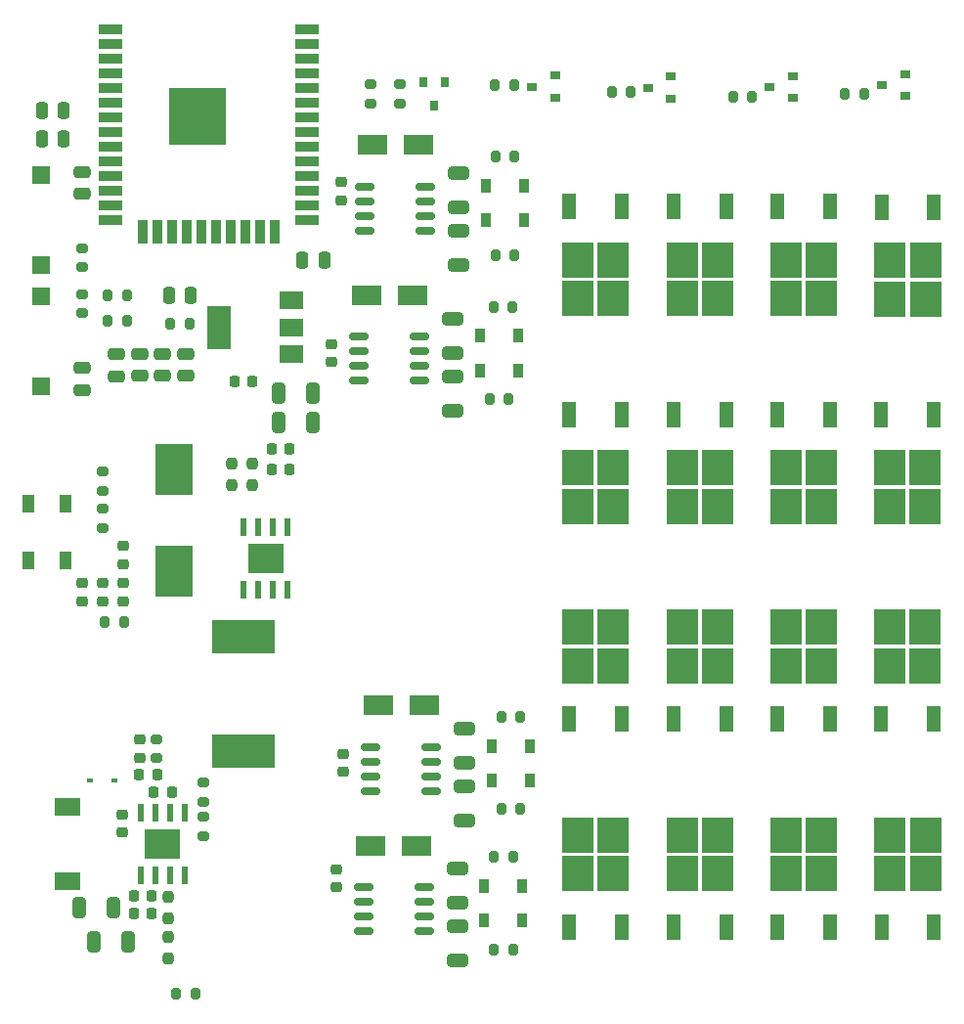
<source format=gbr>
%TF.GenerationSoftware,KiCad,Pcbnew,(6.0.0)*%
%TF.CreationDate,2022-01-17T01:15:48+01:00*%
%TF.ProjectId,DCMotorController,44434d6f-746f-4724-936f-6e74726f6c6c,rev?*%
%TF.SameCoordinates,Original*%
%TF.FileFunction,Paste,Top*%
%TF.FilePolarity,Positive*%
%FSLAX46Y46*%
G04 Gerber Fmt 4.6, Leading zero omitted, Abs format (unit mm)*
G04 Created by KiCad (PCBNEW (6.0.0)) date 2022-01-17 01:15:48*
%MOMM*%
%LPD*%
G01*
G04 APERTURE LIST*
G04 Aperture macros list*
%AMRoundRect*
0 Rectangle with rounded corners*
0 $1 Rounding radius*
0 $2 $3 $4 $5 $6 $7 $8 $9 X,Y pos of 4 corners*
0 Add a 4 corners polygon primitive as box body*
4,1,4,$2,$3,$4,$5,$6,$7,$8,$9,$2,$3,0*
0 Add four circle primitives for the rounded corners*
1,1,$1+$1,$2,$3*
1,1,$1+$1,$4,$5*
1,1,$1+$1,$6,$7*
1,1,$1+$1,$8,$9*
0 Add four rect primitives between the rounded corners*
20,1,$1+$1,$2,$3,$4,$5,0*
20,1,$1+$1,$4,$5,$6,$7,0*
20,1,$1+$1,$6,$7,$8,$9,0*
20,1,$1+$1,$8,$9,$2,$3,0*%
G04 Aperture macros list end*
%ADD10R,1.500000X1.500000*%
%ADD11RoundRect,0.250000X0.475000X-0.250000X0.475000X0.250000X-0.475000X0.250000X-0.475000X-0.250000X0*%
%ADD12RoundRect,0.250000X-0.250000X-0.475000X0.250000X-0.475000X0.250000X0.475000X-0.250000X0.475000X0*%
%ADD13RoundRect,0.250000X0.250000X0.475000X-0.250000X0.475000X-0.250000X-0.475000X0.250000X-0.475000X0*%
%ADD14RoundRect,0.250000X-0.475000X0.250000X-0.475000X-0.250000X0.475000X-0.250000X0.475000X0.250000X0*%
%ADD15RoundRect,0.250000X-0.650000X0.325000X-0.650000X-0.325000X0.650000X-0.325000X0.650000X0.325000X0*%
%ADD16RoundRect,0.225000X-0.250000X0.225000X-0.250000X-0.225000X0.250000X-0.225000X0.250000X0.225000X0*%
%ADD17R,0.800000X0.900000*%
%ADD18R,0.900000X0.800000*%
%ADD19R,2.750000X3.050000*%
%ADD20R,1.200000X2.200000*%
%ADD21RoundRect,0.200000X0.275000X-0.200000X0.275000X0.200000X-0.275000X0.200000X-0.275000X-0.200000X0*%
%ADD22RoundRect,0.200000X-0.200000X-0.275000X0.200000X-0.275000X0.200000X0.275000X-0.200000X0.275000X0*%
%ADD23RoundRect,0.200000X-0.275000X0.200000X-0.275000X-0.200000X0.275000X-0.200000X0.275000X0.200000X0*%
%ADD24RoundRect,0.200000X0.200000X0.275000X-0.200000X0.275000X-0.200000X-0.275000X0.200000X-0.275000X0*%
%ADD25RoundRect,0.150000X-0.675000X-0.150000X0.675000X-0.150000X0.675000X0.150000X-0.675000X0.150000X0*%
%ADD26R,2.000000X0.900000*%
%ADD27R,0.900000X2.000000*%
%ADD28R,5.000000X5.000000*%
%ADD29R,2.000000X1.500000*%
%ADD30R,2.000000X3.800000*%
%ADD31R,0.900000X1.200000*%
%ADD32RoundRect,0.237500X-0.237500X0.250000X-0.237500X-0.250000X0.237500X-0.250000X0.237500X0.250000X0*%
%ADD33RoundRect,0.225000X0.225000X0.250000X-0.225000X0.250000X-0.225000X-0.250000X0.225000X-0.250000X0*%
%ADD34RoundRect,0.225000X0.250000X-0.225000X0.250000X0.225000X-0.250000X0.225000X-0.250000X-0.225000X0*%
%ADD35RoundRect,0.225000X-0.225000X-0.250000X0.225000X-0.250000X0.225000X0.250000X-0.225000X0.250000X0*%
%ADD36R,3.300000X4.500000*%
%ADD37R,5.400000X2.900000*%
%ADD38RoundRect,0.237500X0.237500X-0.250000X0.237500X0.250000X-0.237500X0.250000X-0.237500X-0.250000X0*%
%ADD39R,2.500000X1.800000*%
%ADD40R,1.000000X1.500000*%
%ADD41RoundRect,0.250000X0.325000X0.650000X-0.325000X0.650000X-0.325000X-0.650000X0.325000X-0.650000X0*%
%ADD42RoundRect,0.250000X-0.325000X-0.650000X0.325000X-0.650000X0.325000X0.650000X-0.325000X0.650000X0*%
%ADD43R,2.200000X1.500000*%
%ADD44R,0.600000X1.550000*%
%ADD45R,3.100000X2.600000*%
%ADD46R,0.600000X0.450000*%
G04 APERTURE END LIST*
D10*
%TO.C,Boot1*%
X43500000Y-52400000D03*
X43500000Y-44600000D03*
%TD*%
D11*
%TO.C,C1*%
X47000000Y-52700000D03*
X47000000Y-50800000D03*
%TD*%
D12*
%TO.C,C2*%
X43550000Y-31000000D03*
X45450000Y-31000000D03*
%TD*%
D13*
%TO.C,C3*%
X45450000Y-28500000D03*
X43550000Y-28500000D03*
%TD*%
%TO.C,C4*%
X68000000Y-41500000D03*
X66100000Y-41500000D03*
%TD*%
D14*
%TO.C,C5*%
X47000000Y-33800000D03*
X47000000Y-35700000D03*
%TD*%
D13*
%TO.C,C6*%
X56450000Y-44500000D03*
X54550000Y-44500000D03*
%TD*%
D15*
%TO.C,C8*%
X79127150Y-51525000D03*
X79127150Y-54475000D03*
%TD*%
D16*
%TO.C,C10*%
X69500000Y-34725000D03*
X69500000Y-36275000D03*
%TD*%
D17*
%TO.C,D3*%
X78450000Y-26087500D03*
X76550000Y-26087500D03*
X77500000Y-28087500D03*
%TD*%
D18*
%TO.C,D14*%
X87995000Y-27395978D03*
X87995000Y-25495978D03*
X85995000Y-26445978D03*
%TD*%
%TO.C,D15*%
X98020000Y-27470000D03*
X98020000Y-25570000D03*
X96020000Y-26520000D03*
%TD*%
%TO.C,D16*%
X108575000Y-27420000D03*
X108575000Y-25520000D03*
X106575000Y-26470000D03*
%TD*%
%TO.C,D17*%
X118290000Y-27250000D03*
X118290000Y-25350000D03*
X116290000Y-26300000D03*
%TD*%
D19*
%TO.C,Q3*%
X111025000Y-59425000D03*
X111025000Y-62775000D03*
X107975000Y-62775000D03*
X107975000Y-59425000D03*
D20*
X111780000Y-54800000D03*
X107220000Y-54800000D03*
%TD*%
D19*
%TO.C,Q4*%
X120025000Y-62775000D03*
X116975000Y-59425000D03*
X120025000Y-59425000D03*
X116975000Y-62775000D03*
D20*
X120780000Y-54800000D03*
X116220000Y-54800000D03*
%TD*%
D19*
%TO.C,Q7*%
X117000000Y-44850000D03*
X117000000Y-41500000D03*
X120050000Y-41500000D03*
X120050000Y-44850000D03*
D20*
X120805000Y-36875000D03*
X116245000Y-36875000D03*
%TD*%
D19*
%TO.C,Q8*%
X107975000Y-44775000D03*
X111025000Y-41425000D03*
X111025000Y-44775000D03*
X107975000Y-41425000D03*
D20*
X111780000Y-36800000D03*
X107220000Y-36800000D03*
%TD*%
D19*
%TO.C,Q11*%
X102025000Y-62775000D03*
X102025000Y-59425000D03*
X98975000Y-62775000D03*
X98975000Y-59425000D03*
D20*
X102780000Y-54800000D03*
X98220000Y-54800000D03*
%TD*%
D19*
%TO.C,Q12*%
X93025000Y-62775000D03*
X89975000Y-62775000D03*
X89975000Y-59425000D03*
X93025000Y-59425000D03*
D20*
X93780000Y-54800000D03*
X89220000Y-54800000D03*
%TD*%
D19*
%TO.C,Q15*%
X98975000Y-41425000D03*
X98975000Y-44775000D03*
X102025000Y-41425000D03*
X102025000Y-44775000D03*
D20*
X102780000Y-36800000D03*
X98220000Y-36800000D03*
%TD*%
D19*
%TO.C,Q16*%
X89975000Y-44775000D03*
X93025000Y-41425000D03*
X89975000Y-41425000D03*
X93025000Y-44775000D03*
D20*
X93780000Y-36800000D03*
X89220000Y-36800000D03*
%TD*%
D21*
%TO.C,R1*%
X72000000Y-27912500D03*
X72000000Y-26262500D03*
%TD*%
%TO.C,R2*%
X74500000Y-27912500D03*
X74500000Y-26262500D03*
%TD*%
D22*
%TO.C,R4*%
X82627150Y-45500000D03*
X84277150Y-45500000D03*
%TD*%
%TO.C,R6*%
X82302150Y-53500000D03*
X83952150Y-53500000D03*
%TD*%
%TO.C,R8*%
X82825000Y-32500000D03*
X84475000Y-32500000D03*
%TD*%
%TO.C,R10*%
X82825000Y-41000000D03*
X84475000Y-41000000D03*
%TD*%
D23*
%TO.C,R13*%
X47000000Y-44425000D03*
X47000000Y-46075000D03*
%TD*%
D22*
%TO.C,R14*%
X49262500Y-44500000D03*
X50912500Y-44500000D03*
%TD*%
D24*
%TO.C,R15*%
X50912500Y-46750000D03*
X49262500Y-46750000D03*
%TD*%
D22*
%TO.C,R16*%
X54675000Y-47000000D03*
X56325000Y-47000000D03*
%TD*%
D21*
%TO.C,R17*%
X47000000Y-42075000D03*
X47000000Y-40425000D03*
%TD*%
D10*
%TO.C,Reset1*%
X43500000Y-34100000D03*
X43500000Y-41900000D03*
%TD*%
D25*
%TO.C,U3*%
X71002150Y-48095000D03*
X71002150Y-49365000D03*
X71002150Y-50635000D03*
X71002150Y-51905000D03*
X76252150Y-51905000D03*
X76252150Y-50635000D03*
X76252150Y-49365000D03*
X76252150Y-48095000D03*
%TD*%
D26*
%TO.C,U4*%
X49500000Y-21495000D03*
X49500000Y-22765000D03*
X49500000Y-24035000D03*
X49500000Y-25305000D03*
X49500000Y-26575000D03*
X49500000Y-27845000D03*
X49500000Y-29115000D03*
X49500000Y-30385000D03*
X49500000Y-31655000D03*
X49500000Y-32925000D03*
X49500000Y-34195000D03*
X49500000Y-35465000D03*
X49500000Y-36735000D03*
X49500000Y-38005000D03*
D27*
X52285000Y-39005000D03*
X53555000Y-39005000D03*
X54825000Y-39005000D03*
X56095000Y-39005000D03*
X57365000Y-39005000D03*
X58635000Y-39005000D03*
X59905000Y-39005000D03*
X61175000Y-39005000D03*
X62445000Y-39005000D03*
X63715000Y-39005000D03*
D26*
X66500000Y-38005000D03*
X66500000Y-36735000D03*
X66500000Y-35465000D03*
X66500000Y-34195000D03*
X66500000Y-32925000D03*
X66500000Y-31655000D03*
X66500000Y-30385000D03*
X66500000Y-29115000D03*
X66500000Y-27845000D03*
X66500000Y-26575000D03*
X66500000Y-25305000D03*
X66500000Y-24035000D03*
X66500000Y-22765000D03*
X66500000Y-21495000D03*
D28*
X57000000Y-28995000D03*
%TD*%
D25*
%TO.C,U6*%
X71525000Y-35095000D03*
X71525000Y-36365000D03*
X71525000Y-37635000D03*
X71525000Y-38905000D03*
X76775000Y-38905000D03*
X76775000Y-37635000D03*
X76775000Y-36365000D03*
X76775000Y-35095000D03*
%TD*%
D29*
%TO.C,U8*%
X65150000Y-49575000D03*
D30*
X58850000Y-47275000D03*
D29*
X65150000Y-47275000D03*
X65150000Y-44975000D03*
%TD*%
D19*
%TO.C,Q14*%
X89975000Y-91225000D03*
X93025000Y-94575000D03*
X93025000Y-91225000D03*
X89975000Y-94575000D03*
D20*
X89220000Y-99200000D03*
X93780000Y-99200000D03*
%TD*%
D19*
%TO.C,Q13*%
X98975000Y-94575000D03*
X102025000Y-91225000D03*
X102025000Y-94575000D03*
X98975000Y-91225000D03*
D20*
X98220000Y-99200000D03*
X102780000Y-99200000D03*
%TD*%
D19*
%TO.C,Q10*%
X93025000Y-76575000D03*
X93025000Y-73225000D03*
X89975000Y-73225000D03*
X89975000Y-76575000D03*
D20*
X89220000Y-81200000D03*
X93780000Y-81200000D03*
%TD*%
D19*
%TO.C,Q9*%
X98975000Y-76575000D03*
X102025000Y-76575000D03*
X98975000Y-73225000D03*
X102025000Y-73225000D03*
D20*
X98220000Y-81200000D03*
X102780000Y-81200000D03*
%TD*%
D19*
%TO.C,Q6*%
X111025000Y-91225000D03*
X111025000Y-94575000D03*
X107975000Y-91225000D03*
X107975000Y-94575000D03*
D20*
X107220000Y-99200000D03*
X111780000Y-99200000D03*
%TD*%
D19*
%TO.C,Q5*%
X120050000Y-94575000D03*
X117000000Y-91225000D03*
X120050000Y-91225000D03*
X117000000Y-94575000D03*
D20*
X116245000Y-99200000D03*
X120805000Y-99200000D03*
%TD*%
D19*
%TO.C,Q2*%
X116975000Y-73225000D03*
X120025000Y-73225000D03*
X120025000Y-76575000D03*
X116975000Y-76575000D03*
D20*
X116220000Y-81200000D03*
X120780000Y-81200000D03*
%TD*%
D19*
%TO.C,Q1*%
X111025000Y-73225000D03*
X107975000Y-76575000D03*
X111025000Y-76575000D03*
X107975000Y-73225000D03*
D20*
X107220000Y-81200000D03*
X111780000Y-81200000D03*
%TD*%
D25*
%TO.C,U5*%
X72025000Y-83595000D03*
X72025000Y-84865000D03*
X72025000Y-86135000D03*
X72025000Y-87405000D03*
X77275000Y-87405000D03*
X77275000Y-86135000D03*
X77275000Y-84865000D03*
X77275000Y-83595000D03*
%TD*%
D22*
%TO.C,R9*%
X83325000Y-89000000D03*
X84975000Y-89000000D03*
%TD*%
D25*
%TO.C,U2*%
X71375000Y-95730000D03*
X71375000Y-97000000D03*
X71375000Y-98270000D03*
X71375000Y-99540000D03*
X76625000Y-99540000D03*
X76625000Y-98270000D03*
X76625000Y-97000000D03*
X76625000Y-95730000D03*
%TD*%
D31*
%TO.C,D9*%
X81850000Y-95635000D03*
X85150000Y-95635000D03*
%TD*%
D32*
%TO.C,R18*%
X54500000Y-96587500D03*
X54500000Y-98412500D03*
%TD*%
D33*
%TO.C,C36*%
X54775000Y-87500000D03*
X53225000Y-87500000D03*
%TD*%
D31*
%TO.C,D13*%
X82500000Y-86500000D03*
X85800000Y-86500000D03*
%TD*%
D33*
%TO.C,C35*%
X53525000Y-86000000D03*
X51975000Y-86000000D03*
%TD*%
D34*
%TO.C,C22*%
X48800000Y-70975000D03*
X48800000Y-69425000D03*
%TD*%
D35*
%TO.C,C19*%
X63425000Y-59600000D03*
X64975000Y-59600000D03*
%TD*%
%TO.C,C17*%
X60225000Y-52000000D03*
X61775000Y-52000000D03*
%TD*%
D15*
%TO.C,C26*%
X80150000Y-82025000D03*
X80150000Y-84975000D03*
%TD*%
D31*
%TO.C,D7*%
X82000000Y-38000000D03*
X85300000Y-38000000D03*
%TD*%
D14*
%TO.C,C39*%
X50000000Y-49600000D03*
X50000000Y-51500000D03*
%TD*%
D22*
%TO.C,R12*%
X48975000Y-72800000D03*
X50625000Y-72800000D03*
%TD*%
%TO.C,R7*%
X83325000Y-81000000D03*
X84975000Y-81000000D03*
%TD*%
D23*
%TO.C,Rvoltage4*%
X57500000Y-89675000D03*
X57500000Y-91325000D03*
%TD*%
D32*
%TO.C,R21*%
X60000000Y-59087500D03*
X60000000Y-60912500D03*
%TD*%
D16*
%TO.C,C28*%
X69000000Y-94225000D03*
X69000000Y-95775000D03*
%TD*%
D22*
%TO.C,R23*%
X82775000Y-26300000D03*
X84425000Y-26300000D03*
%TD*%
D31*
%TO.C,D2*%
X81477150Y-51000000D03*
X84777150Y-51000000D03*
%TD*%
D16*
%TO.C,C15*%
X50600000Y-66225000D03*
X50600000Y-67775000D03*
%TD*%
D22*
%TO.C,R25*%
X103375000Y-27300000D03*
X105025000Y-27300000D03*
%TD*%
D36*
%TO.C,D18*%
X55000000Y-68400000D03*
X55000000Y-59600000D03*
%TD*%
D22*
%TO.C,R5*%
X82675000Y-101135000D03*
X84325000Y-101135000D03*
%TD*%
D15*
%TO.C,C9*%
X79650000Y-33925000D03*
X79650000Y-36875000D03*
%TD*%
D14*
%TO.C,C29*%
X56000000Y-49550000D03*
X56000000Y-51450000D03*
%TD*%
%TO.C,C40*%
X51990000Y-49550000D03*
X51990000Y-51450000D03*
%TD*%
D15*
%TO.C,C11*%
X79650000Y-38925000D03*
X79650000Y-41875000D03*
%TD*%
D31*
%TO.C,D10*%
X81850000Y-98635000D03*
X85150000Y-98635000D03*
%TD*%
D15*
%TO.C,C27*%
X80150000Y-87025000D03*
X80150000Y-89975000D03*
%TD*%
D37*
%TO.C,L1*%
X61000000Y-74050000D03*
X61000000Y-83950000D03*
%TD*%
D34*
%TO.C,C33*%
X50500000Y-91000000D03*
X50500000Y-89450000D03*
%TD*%
D32*
%TO.C,R20*%
X54500000Y-100087500D03*
X54500000Y-101912500D03*
%TD*%
D14*
%TO.C,C41*%
X54000000Y-49550000D03*
X54000000Y-51450000D03*
%TD*%
D38*
%TO.C,R19*%
X61750000Y-60912500D03*
X61750000Y-59087500D03*
%TD*%
D15*
%TO.C,C7*%
X79127150Y-46525000D03*
X79127150Y-49475000D03*
%TD*%
%TO.C,C14*%
X79500000Y-99160000D03*
X79500000Y-102110000D03*
%TD*%
D34*
%TO.C,C24*%
X50600000Y-70975000D03*
X50600000Y-69425000D03*
%TD*%
D21*
%TO.C,Rvoltage1*%
X48800000Y-64625000D03*
X48800000Y-62975000D03*
%TD*%
D39*
%TO.C,D8*%
X76000000Y-92135000D03*
X72000000Y-92135000D03*
%TD*%
D31*
%TO.C,D6*%
X82000000Y-35000000D03*
X85300000Y-35000000D03*
%TD*%
D16*
%TO.C,C25*%
X68627150Y-48725000D03*
X68627150Y-50275000D03*
%TD*%
D40*
%TO.C,D20*%
X42400000Y-67450000D03*
X45600000Y-67450000D03*
X45600000Y-62550000D03*
X42400000Y-62550000D03*
%TD*%
D22*
%TO.C,R11*%
X55175000Y-105000000D03*
X56825000Y-105000000D03*
%TD*%
D31*
%TO.C,D12*%
X82500000Y-83500000D03*
X85800000Y-83500000D03*
%TD*%
D41*
%TO.C,C16*%
X66975000Y-53000000D03*
X64025000Y-53000000D03*
%TD*%
D31*
%TO.C,D5*%
X81477150Y-48000000D03*
X84777150Y-48000000D03*
%TD*%
D33*
%TO.C,C32*%
X53025000Y-96500000D03*
X51475000Y-96500000D03*
%TD*%
D22*
%TO.C,R26*%
X113075000Y-27100000D03*
X114725000Y-27100000D03*
%TD*%
D16*
%TO.C,C12*%
X69650000Y-84225000D03*
X69650000Y-85775000D03*
%TD*%
D41*
%TO.C,C18*%
X66975000Y-55500000D03*
X64025000Y-55500000D03*
%TD*%
D42*
%TO.C,C38*%
X48025000Y-100500000D03*
X50975000Y-100500000D03*
%TD*%
D39*
%TO.C,D1*%
X75627150Y-44500000D03*
X71627150Y-44500000D03*
%TD*%
D23*
%TO.C,Rvoltage3*%
X57500000Y-86675000D03*
X57500000Y-88325000D03*
%TD*%
D43*
%TO.C,L2*%
X45750000Y-88800000D03*
X45750000Y-95200000D03*
%TD*%
D44*
%TO.C,U7*%
X64810000Y-64600000D03*
X63540000Y-64600000D03*
X62270000Y-64600000D03*
X61000000Y-64600000D03*
X61000000Y-70000000D03*
X62270000Y-70000000D03*
X63540000Y-70000000D03*
X64810000Y-70000000D03*
D45*
X62905000Y-67300000D03*
%TD*%
D21*
%TO.C,Rvoltage2*%
X48800000Y-61425000D03*
X48800000Y-59775000D03*
%TD*%
D22*
%TO.C,R24*%
X92875000Y-26900000D03*
X94525000Y-26900000D03*
%TD*%
D33*
%TO.C,C31*%
X53025000Y-98000000D03*
X51475000Y-98000000D03*
%TD*%
D39*
%TO.C,D11*%
X76650000Y-80000000D03*
X72650000Y-80000000D03*
%TD*%
D35*
%TO.C,C20*%
X63425000Y-57800000D03*
X64975000Y-57800000D03*
%TD*%
D42*
%TO.C,C37*%
X46775000Y-97500000D03*
X49725000Y-97500000D03*
%TD*%
D34*
%TO.C,C21*%
X47000000Y-70975000D03*
X47000000Y-69425000D03*
%TD*%
D15*
%TO.C,C13*%
X79500000Y-94160000D03*
X79500000Y-97110000D03*
%TD*%
D22*
%TO.C,R3*%
X82675000Y-93135000D03*
X84325000Y-93135000D03*
%TD*%
D16*
%TO.C,C34*%
X52000000Y-82975000D03*
X52000000Y-84525000D03*
%TD*%
D46*
%TO.C,D19*%
X47700000Y-86500000D03*
X49800000Y-86500000D03*
%TD*%
D21*
%TO.C,R22*%
X53500000Y-84575000D03*
X53500000Y-82925000D03*
%TD*%
D39*
%TO.C,D4*%
X76150000Y-31500000D03*
X72150000Y-31500000D03*
%TD*%
D44*
%TO.C,U10*%
X52095000Y-94700000D03*
X53365000Y-94700000D03*
X54635000Y-94700000D03*
X55905000Y-94700000D03*
X55905000Y-89300000D03*
X54635000Y-89300000D03*
X53365000Y-89300000D03*
X52095000Y-89300000D03*
D45*
X54000000Y-92000000D03*
%TD*%
M02*

</source>
